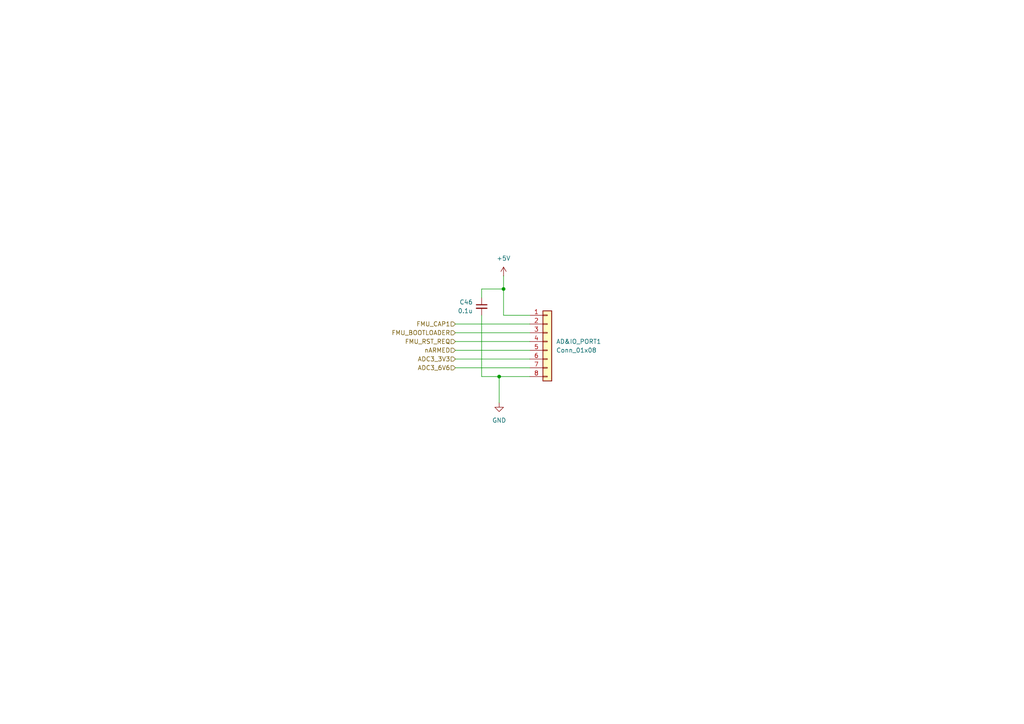
<source format=kicad_sch>
(kicad_sch (version 20231120) (generator "eeschema") (generator_version "8.0")
  (paper "A4")
  (lib_symbols
    (symbol "Connector_Generic:Conn_01x08" (pin_names (offset 1.016) hide)
      (property "Reference" "J" (at 0 10.16 0))
      (property "Value" "Conn_01x08" (at 0 -12.7 0))
      (symbol "Conn_01x08_1_1"
        (rectangle (start -1.27 -10.033) (end 0 -10.287) (stroke (width 0.1524)))
        (rectangle (start -1.27 -7.493) (end 0 -7.747) (stroke (width 0.1524)))
        (rectangle (start -1.27 -4.953) (end 0 -5.207) (stroke (width 0.1524)))
        (rectangle (start -1.27 -2.413) (end 0 -2.667) (stroke (width 0.1524)))
        (rectangle (start -1.27 0.127) (end 0 -0.127) (stroke (width 0.1524)))
        (rectangle (start -1.27 2.667) (end 0 2.413) (stroke (width 0.1524)))
        (rectangle (start -1.27 5.207) (end 0 4.953) (stroke (width 0.1524)))
        (rectangle (start -1.27 7.747) (end 0 7.493) (stroke (width 0.1524)))
        (rectangle (start -1.27 8.89) (end 1.27 -11.43) (stroke (width 0.254)) (fill (type background)))
        (pin passive line (at -5.08 7.62 0) (length 3.81) (name "Pin_1") (number "1"))
        (pin passive line (at -5.08 5.08 0) (length 3.81) (name "Pin_2") (number "2"))
        (pin passive line (at -5.08 2.54 0) (length 3.81) (name "Pin_3") (number "3"))
        (pin passive line (at -5.08 0 0) (length 3.81) (name "Pin_4") (number "4"))
        (pin passive line (at -5.08 -2.54 0) (length 3.81) (name "Pin_5") (number "5"))
        (pin passive line (at -5.08 -5.08 0) (length 3.81) (name "Pin_6") (number "6"))
        (pin passive line (at -5.08 -7.62 0) (length 3.81) (name "Pin_7") (number "7"))
        (pin passive line (at -5.08 -10.16 0) (length 3.81) (name "Pin_8") (number "8"))
      )
    )
    (symbol "Device:C_Small" (pin_numbers hide) (pin_names (offset 0.254) hide)
      (property "Reference" "C" (at 0.254 1.778 0))
      (property "Value" "C_Small" (at 0.254 -2.032 0))
      (symbol "C_Small_0_1"
        (polyline (pts (xy -1.524 -0.508) (xy 1.524 -0.508)) (stroke (width 0.3302)))
        (polyline (pts (xy -1.524 0.508) (xy 1.524 0.508)) (stroke (width 0.3048)))
      )
      (symbol "C_Small_1_1"
        (pin passive line (at 0 2.54 270) (length 2.032) (name "~") (number "1"))
        (pin passive line (at 0 -2.54 90) (length 2.032) (name "~") (number "2"))
      )
    )
    (symbol "power:+5V" (power) (pin_numbers hide) (pin_names (offset 0) hide)
      (property "Value" "+5V" (at 0 3.556 0))
      (symbol "+5V_0_1"
        (polyline (pts (xy -0.762 1.27) (xy 0 2.54)))
        (polyline (pts (xy 0 0) (xy 0 2.54)))
        (polyline (pts (xy 0 2.54) (xy 0.762 1.27)))
      )
      (symbol "+5V_1_1"
        (pin power_in line (at 0 0 90) (length 0) (name "~") (number "1"))
      )
    )
    (symbol "power:GND" (power) (pin_numbers hide) (pin_names (offset 0) hide)
      (property "Value" "GND" (at 0 -3.81 0))
      (symbol "GND_0_1"
        (polyline (pts (xy 0 0) (xy 0 -1.27) (xy 1.27 -1.27) (xy 0 -2.54) (xy -1.27 -1.27) (xy 0 -1.27)))
      )
      (symbol "GND_1_1"
        (pin power_in line (at 0 0 270) (length 0) (name "~") (number "1"))
      )
    )
  )
  (junction (at 144.78 109.22))
  (junction (at 146.05 83.82))
  (wire (pts (xy 139.7 83.82) (xy 146.05 83.82)))
  (wire (pts (xy 132.08 99.06) (xy 153.67 99.06)))
  (wire (pts (xy 132.08 104.14) (xy 153.67 104.14)))
  (wire (pts (xy 146.05 80.01) (xy 146.05 83.82)))
  (wire (pts (xy 139.7 109.22) (xy 139.7 91.44)))
  (wire (pts (xy 132.08 101.6) (xy 153.67 101.6)))
  (wire (pts (xy 132.08 96.52) (xy 153.67 96.52)))
  (wire (pts (xy 139.7 86.36) (xy 139.7 83.82)))
  (wire (pts (xy 132.08 106.68) (xy 153.67 106.68)))
  (wire (pts (xy 144.78 109.22) (xy 139.7 109.22)))
  (wire (pts (xy 144.78 109.22) (xy 144.78 116.84)))
  (wire (pts (xy 132.08 93.98) (xy 153.67 93.98)))
  (wire (pts (xy 146.05 91.44) (xy 153.67 91.44)))
  (wire (pts (xy 146.05 91.44) (xy 146.05 83.82)))
  (wire (pts (xy 144.78 109.22) (xy 153.67 109.22)))
  (hierarchical_label "FMU_RST_REQ" (shape input) (at 132.08 99.06 180))
  (hierarchical_label "FMU_BOOTLOADER" (shape input) (at 132.08 96.52 180))
  (hierarchical_label "FMU_CAP1" (shape input) (at 132.08 93.98 180))
  (hierarchical_label "ADC3_3V3" (shape input) (at 132.08 104.14 180))
  (hierarchical_label "nARMED" (shape input) (at 132.08 101.6 180))
  (hierarchical_label "ADC3_6V6" (shape input) (at 132.08 106.68 180))
  (symbol (lib_id "power:GND") (at 144.78 116.84 0) (unit 1)
    (property "Reference" "#PWR0102" (effects (hide yes)))
    (property "Value" "GND" (at 144.78 121.92 0))
    (property "Description" "Power symbol creates a global label with name \"GND\" , ground" (effects (hide yes)))
  )
  (symbol (lib_id "Device:C_Small") (at 139.7 88.9 0) (unit 1)
    (property "Reference" "C46" (at 137.16 87.6362 0) (effects (justify right)))
    (property "Value" "0.1u" (at 137.16 90.1762 0) (effects (justify right)))
    (property "Footprint" "Capacitor_SMD:C_0402_1005Metric_Pad0.74x0.62mm_HandSolder" (effects (hide yes)))
    (property "Description" "Unpolarized capacitor, small symbol" (effects (hide yes)))
  )
  (symbol (lib_id "Connector_Generic:Conn_01x08") (at 158.75 99.06 0) (unit 1)
    (property "Reference" "AD&IO_PORT1" (at 161.29 99.0599 0) (effects (justify left)))
    (property "Value" "Conn_01x08" (at 161.29 101.5999 0) (effects (justify left)))
    (property "Footprint" "Connector_JST:JST_GH_BM08B-GHS-TBT_1x08-1MP_P1.25mm_Vertical" (effects (hide yes)))
    (property "Description" "Generic connector, single row, 01x08, script generated (kicad-library-utils/schlib/autogen/connector/)" (effects (hide yes)))
  )
  (symbol (lib_id "power:+5V") (at 146.05 80.01 0) (unit 1)
    (property "Reference" "#PWR0103" (effects (hide yes)))
    (property "Value" "+5V" (at 146.05 74.93 0))
    (property "Description" "Power symbol creates a global label with name \"+5V\"" (effects (hide yes)))
  )
)
</source>
